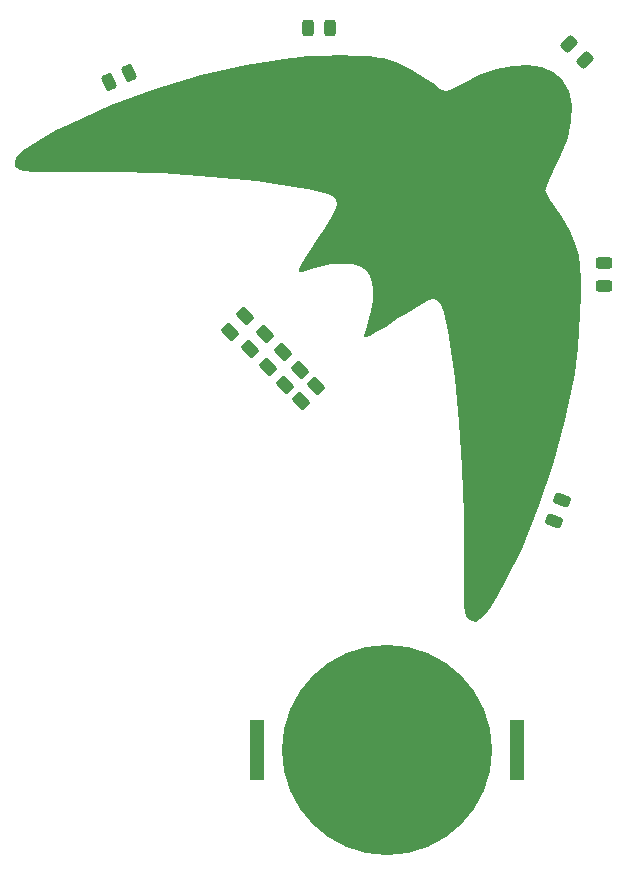
<source format=gbs>
G04 #@! TF.GenerationSoftware,KiCad,Pcbnew,(6.0.10-0)*
G04 #@! TF.CreationDate,2023-09-18T23:16:48+02:00*
G04 #@! TF.ProjectId,SwiftLeeds,53776966-744c-4656-9564-732e6b696361,rev?*
G04 #@! TF.SameCoordinates,Original*
G04 #@! TF.FileFunction,Soldermask,Bot*
G04 #@! TF.FilePolarity,Negative*
%FSLAX46Y46*%
G04 Gerber Fmt 4.6, Leading zero omitted, Abs format (unit mm)*
G04 Created by KiCad (PCBNEW (6.0.10-0)) date 2023-09-18 23:16:48*
%MOMM*%
%LPD*%
G01*
G04 APERTURE LIST*
G04 Aperture macros list*
%AMRoundRect*
0 Rectangle with rounded corners*
0 $1 Rounding radius*
0 $2 $3 $4 $5 $6 $7 $8 $9 X,Y pos of 4 corners*
0 Add a 4 corners polygon primitive as box body*
4,1,4,$2,$3,$4,$5,$6,$7,$8,$9,$2,$3,0*
0 Add four circle primitives for the rounded corners*
1,1,$1+$1,$2,$3*
1,1,$1+$1,$4,$5*
1,1,$1+$1,$6,$7*
1,1,$1+$1,$8,$9*
0 Add four rect primitives between the rounded corners*
20,1,$1+$1,$2,$3,$4,$5,0*
20,1,$1+$1,$4,$5,$6,$7,0*
20,1,$1+$1,$6,$7,$8,$9,0*
20,1,$1+$1,$8,$9,$2,$3,0*%
G04 Aperture macros list end*
%ADD10RoundRect,0.250000X-0.132583X0.503814X-0.503814X0.132583X0.132583X-0.503814X0.503814X-0.132583X0*%
%ADD11RoundRect,0.243750X0.345367X-0.385097X0.512102X0.073003X-0.345367X0.385097X-0.512102X-0.073003X0*%
%ADD12RoundRect,0.243750X0.028093X0.516516X-0.413732X0.310490X-0.028093X-0.516516X0.413732X-0.310490X0*%
%ADD13RoundRect,0.243750X0.243750X0.456250X-0.243750X0.456250X-0.243750X-0.456250X0.243750X-0.456250X0*%
%ADD14R,1.270000X5.080000*%
%ADD15C,17.800000*%
%ADD16RoundRect,0.243750X0.494975X0.150260X0.150260X0.494975X-0.494975X-0.150260X-0.150260X-0.494975X0*%
%ADD17RoundRect,0.243750X0.456250X-0.243750X0.456250X0.243750X-0.456250X0.243750X-0.456250X-0.243750X0*%
G04 APERTURE END LIST*
G36*
X144967352Y-44847152D02*
G01*
X146135418Y-44908365D01*
X147059193Y-45009926D01*
X147394703Y-45074006D01*
X148509807Y-45447781D01*
X149729208Y-46042459D01*
X150916039Y-46786437D01*
X151475048Y-47208671D01*
X152085535Y-47640771D01*
X152601864Y-47809042D01*
X153142993Y-47717095D01*
X153827879Y-47368538D01*
X153966756Y-47284275D01*
X155428151Y-46510874D01*
X156876074Y-45978904D01*
X158269215Y-45686082D01*
X159566265Y-45630125D01*
X160725916Y-45808749D01*
X161706859Y-46219670D01*
X162467783Y-46860604D01*
X162967381Y-47729270D01*
X162986199Y-47782855D01*
X163254176Y-49031426D01*
X163226969Y-50372114D01*
X162898696Y-51838997D01*
X162263474Y-53466155D01*
X161864300Y-54282262D01*
X161497954Y-55024786D01*
X161211078Y-55669440D01*
X161043046Y-56124355D01*
X161015535Y-56262600D01*
X161129791Y-56593879D01*
X161422323Y-57075009D01*
X161659337Y-57389680D01*
X162430179Y-58479093D01*
X163105720Y-59703054D01*
X163618380Y-60925712D01*
X163870210Y-61834068D01*
X163972272Y-62673801D01*
X164023592Y-63806515D01*
X164027240Y-65149924D01*
X163986289Y-66621741D01*
X163903810Y-68139681D01*
X163782874Y-69621460D01*
X163626553Y-70984790D01*
X163497199Y-71827552D01*
X162695588Y-75697418D01*
X161663099Y-79500366D01*
X160424632Y-83161534D01*
X159005088Y-86606061D01*
X157696782Y-89266358D01*
X156991447Y-90546764D01*
X156409442Y-91506752D01*
X155928543Y-92175950D01*
X155526527Y-92583990D01*
X155181170Y-92760502D01*
X155066660Y-92773074D01*
X154604781Y-92649960D01*
X154363092Y-92466920D01*
X154278675Y-92285180D01*
X154216799Y-91944011D01*
X154175676Y-91401442D01*
X154153521Y-90615504D01*
X154148545Y-89544228D01*
X154158961Y-88145643D01*
X154163319Y-87775502D01*
X154148042Y-83730852D01*
X154005744Y-79731041D01*
X153741861Y-75854811D01*
X153361827Y-72180903D01*
X152871080Y-68788057D01*
X152839954Y-68605164D01*
X152616179Y-67411666D01*
X152403278Y-66549785D01*
X152180918Y-65973317D01*
X151928768Y-65636061D01*
X151626495Y-65491815D01*
X151463553Y-65477552D01*
X151155381Y-65578946D01*
X150601654Y-65858313D01*
X149868922Y-66278424D01*
X149023735Y-66802053D01*
X148583255Y-67088746D01*
X147514806Y-67784411D01*
X146721744Y-68272359D01*
X146173110Y-68568189D01*
X145837944Y-68687504D01*
X145685285Y-68645902D01*
X145667992Y-68557775D01*
X145729946Y-68314305D01*
X145883781Y-67831747D01*
X146040908Y-67373074D01*
X146266886Y-66492737D01*
X146387611Y-65513071D01*
X146397962Y-64564597D01*
X146292820Y-63777837D01*
X146193557Y-63481957D01*
X145854855Y-63026059D01*
X145444761Y-62714829D01*
X144773883Y-62516874D01*
X143874298Y-62453384D01*
X142870420Y-62520886D01*
X141886663Y-62715907D01*
X141540876Y-62823820D01*
X140943290Y-63025766D01*
X140492326Y-63163284D01*
X140313522Y-63202925D01*
X140193439Y-63146555D01*
X140204686Y-62953521D01*
X140365514Y-62587933D01*
X140694174Y-62013901D01*
X141208917Y-61195536D01*
X141775983Y-60327114D01*
X142363762Y-59405904D01*
X142848318Y-58588385D01*
X143195728Y-57935763D01*
X143372073Y-57509246D01*
X143387177Y-57419880D01*
X143320243Y-57081955D01*
X143088146Y-56806439D01*
X142643941Y-56572391D01*
X141940681Y-56358872D01*
X140931421Y-56144941D01*
X140259565Y-56024774D01*
X136629983Y-55493913D01*
X132713545Y-55093417D01*
X128581151Y-54828228D01*
X124303700Y-54703288D01*
X121277316Y-54701741D01*
X119728177Y-54715665D01*
X118517762Y-54713405D01*
X117605790Y-54687450D01*
X116951982Y-54630285D01*
X116516056Y-54534397D01*
X116257730Y-54392274D01*
X116136725Y-54196400D01*
X116112760Y-53939264D01*
X116129459Y-53741538D01*
X116284323Y-53381719D01*
X116686264Y-52961834D01*
X117358115Y-52466366D01*
X118322708Y-51879801D01*
X119602877Y-51186622D01*
X120735684Y-50611381D01*
X124261872Y-49019420D01*
X127994060Y-47637269D01*
X131834208Y-46493941D01*
X135684279Y-45618445D01*
X139446233Y-45039793D01*
X139636049Y-45018536D01*
X140889342Y-44911980D01*
X142255119Y-44848322D01*
X143644187Y-44826926D01*
X144967352Y-44847152D01*
G37*
D10*
X138830470Y-69909530D03*
X137540000Y-71200000D03*
X141620470Y-72799530D03*
X140330000Y-74090000D03*
D11*
X161779356Y-84240962D03*
X162420644Y-82479038D03*
D10*
X140280470Y-71439530D03*
X138990000Y-72730000D03*
D12*
X125747785Y-46286883D03*
X124048457Y-47079293D03*
D13*
X142797500Y-42550000D03*
X140922500Y-42550000D03*
D10*
X135630470Y-66929530D03*
X134340000Y-68220000D03*
D14*
X136635000Y-103640000D03*
X158605000Y-103640000D03*
D15*
X147620000Y-103640000D03*
D16*
X164382913Y-45212913D03*
X163057087Y-43887087D03*
D17*
X165970000Y-64317500D03*
X165970000Y-62442500D03*
D10*
X137290470Y-68439530D03*
X136000000Y-69730000D03*
M02*

</source>
